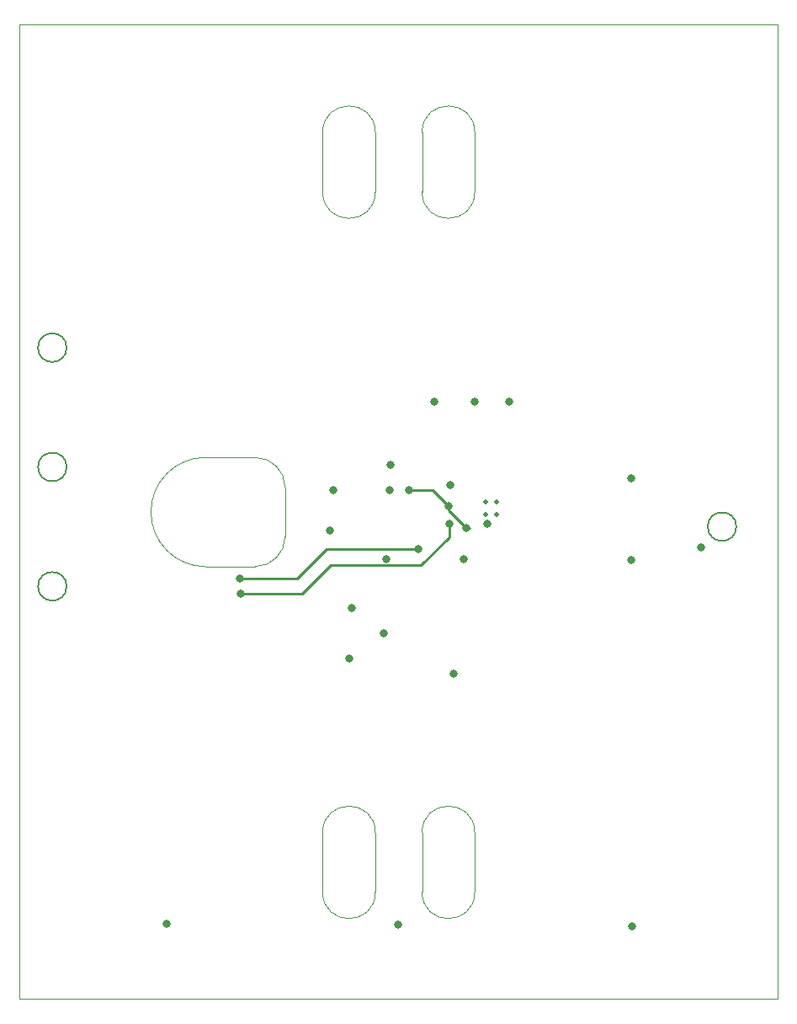
<source format=gbr>
%TF.GenerationSoftware,KiCad,Pcbnew,9.0.0*%
%TF.CreationDate,2025-04-21T01:21:51-04:00*%
%TF.ProjectId,xy_faces_CUpayload_v2,78795f66-6163-4657-935f-43557061796c,3.0*%
%TF.SameCoordinates,Original*%
%TF.FileFunction,Copper,L2,Inr*%
%TF.FilePolarity,Positive*%
%FSLAX46Y46*%
G04 Gerber Fmt 4.6, Leading zero omitted, Abs format (unit mm)*
G04 Created by KiCad (PCBNEW 9.0.0) date 2025-04-21 01:21:51*
%MOMM*%
%LPD*%
G01*
G04 APERTURE LIST*
%TA.AperFunction,HeatsinkPad*%
%ADD10C,0.500000*%
%TD*%
%TA.AperFunction,ViaPad*%
%ADD11C,0.800000*%
%TD*%
%TA.AperFunction,Conductor*%
%ADD12C,0.250000*%
%TD*%
%TA.AperFunction,Profile*%
%ADD13C,0.050000*%
%TD*%
%TA.AperFunction,Profile*%
%ADD14C,0.100000*%
%TD*%
%TA.AperFunction,Profile*%
%ADD15C,0.200000*%
%TD*%
G04 APERTURE END LIST*
D10*
%TO.N,GND*%
%TO.C,U2*%
X154375000Y-115070000D03*
X154375000Y-113770000D03*
X153275000Y-115070000D03*
X153275000Y-113770000D03*
%TD*%
D11*
%TO.N,GND*%
X139500000Y-129500000D03*
X168000000Y-156390000D03*
X144450000Y-156250000D03*
X153400000Y-116000000D03*
X137600000Y-116650000D03*
X143250000Y-119550000D03*
X149675000Y-112100000D03*
X150000000Y-131000000D03*
X121120000Y-156220000D03*
X137912500Y-112600000D03*
X143000000Y-127000000D03*
X174900000Y-118350000D03*
X151000000Y-119500000D03*
%TO.N,+3V3*%
X143600000Y-112600000D03*
X155600000Y-103650000D03*
X149500000Y-114160000D03*
X148100000Y-103650000D03*
X151300000Y-116400000D03*
X152150000Y-103650000D03*
X143640000Y-110050000D03*
X145500000Y-112600000D03*
%TO.N,VSOLAR*%
X139750000Y-124450000D03*
%TO.N,SDA*%
X146500000Y-118500000D03*
X128560000Y-121470000D03*
%TO.N,SCL*%
X128630000Y-123030000D03*
X149600000Y-115990000D03*
%TO.N,Net-(SC5--)*%
X167900000Y-111350000D03*
X167850000Y-119600000D03*
%TD*%
D12*
%TO.N,+3V3*%
X149500000Y-114600000D02*
X149500000Y-114160000D01*
X145500000Y-112600000D02*
X147940000Y-112600000D01*
X147940000Y-112600000D02*
X149500000Y-114160000D01*
X151300000Y-116400000D02*
X149500000Y-114600000D01*
X151300000Y-116400000D02*
X151600000Y-116400000D01*
%TO.N,SDA*%
X137250000Y-118500000D02*
X134280000Y-121470000D01*
X146500000Y-118500000D02*
X137250000Y-118500000D01*
X146500000Y-118500000D02*
X146490000Y-118510000D01*
X134280000Y-121470000D02*
X128560000Y-121470000D01*
%TO.N,SCL*%
X146760000Y-120150000D02*
X137700000Y-120150000D01*
X149600000Y-117310000D02*
X146760000Y-120150000D01*
X149600000Y-115990000D02*
X149600000Y-117310000D01*
X137700000Y-120150000D02*
X134820000Y-123030000D01*
X134820000Y-123030000D02*
X128630000Y-123030000D01*
%TD*%
D13*
X136850000Y-153000000D02*
X136850000Y-147000000D01*
X142150000Y-153000000D02*
X142150000Y-147000000D01*
X146850000Y-147000000D02*
X146850000Y-153000000D01*
X152150000Y-153000000D02*
X152150000Y-147000000D01*
X142150000Y-76600000D02*
X142150000Y-82600000D01*
X136850000Y-76600000D02*
X136850000Y-82600000D01*
X146850000Y-76600000D02*
X146850000Y-82600000D01*
X152150000Y-76600000D02*
X152150000Y-82600000D01*
X142150000Y-82600000D02*
G75*
G02*
X136850000Y-82600000I-2650000J0D01*
G01*
D14*
X106350000Y-65750000D02*
X182650000Y-65750000D01*
X182650000Y-163750000D01*
X106350000Y-163750000D01*
X106350000Y-65750000D01*
D13*
X133075000Y-117262500D02*
G75*
G02*
X130075000Y-120262500I-3000000J0D01*
G01*
X146850000Y-76600000D02*
G75*
G02*
X152150000Y-76600000I2650000J0D01*
G01*
X136850000Y-76600000D02*
G75*
G02*
X142150000Y-76600000I2650000J0D01*
G01*
X125050000Y-120262500D02*
G75*
G02*
X125050000Y-109287500I12500J5487500D01*
G01*
X136850000Y-147000000D02*
G75*
G02*
X142150000Y-147000000I2650000J0D01*
G01*
X125050000Y-120262500D02*
X130075000Y-120262500D01*
X142150000Y-153000000D02*
G75*
G02*
X136850000Y-153000000I-2650000J0D01*
G01*
D15*
X111087500Y-98250000D02*
G75*
G02*
X108212500Y-98250000I-1437500J0D01*
G01*
X108212500Y-98250000D02*
G75*
G02*
X111087500Y-98250000I1437500J0D01*
G01*
D13*
X146850000Y-147000000D02*
G75*
G02*
X152150000Y-147000000I2650000J0D01*
G01*
D15*
X111087500Y-110250000D02*
G75*
G02*
X108212500Y-110250000I-1437500J0D01*
G01*
X108212500Y-110250000D02*
G75*
G02*
X111087500Y-110250000I1437500J0D01*
G01*
X111087500Y-122250000D02*
G75*
G02*
X108212500Y-122250000I-1437500J0D01*
G01*
X108212500Y-122250000D02*
G75*
G02*
X111087500Y-122250000I1437500J0D01*
G01*
D13*
X152150000Y-153000000D02*
G75*
G02*
X146850000Y-153000000I-2650000J0D01*
G01*
X125050000Y-109287500D02*
X130075000Y-109287500D01*
D15*
X178462500Y-116250000D02*
G75*
G02*
X175587500Y-116250000I-1437500J0D01*
G01*
X175587500Y-116250000D02*
G75*
G02*
X178462500Y-116250000I1437500J0D01*
G01*
D13*
X133075000Y-117262500D02*
X133075000Y-112287500D01*
X152150000Y-82600000D02*
G75*
G02*
X146850000Y-82600000I-2650000J0D01*
G01*
X130075000Y-109287500D02*
G75*
G02*
X133075000Y-112287500I0J-3000000D01*
G01*
M02*

</source>
